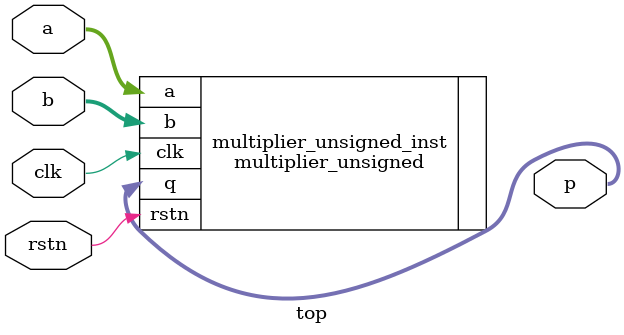
<source format=v>
module top #(
    parameter MUL_BITWIDTH = 32
) (
    input clk,
    input rstn,

    input  [    MUL_BITWIDTH-1:0] a,
    input  [    MUL_BITWIDTH-1:0] b,
    output [(MUL_BITWIDTH*2)-1:0] p
);

  multiplier_unsigned #(
      .BITWIDTH_INPUT(MUL_BITWIDTH)
  ) multiplier_unsigned_inst (
      .clk (clk),
      .rstn(rstn),

      .a(a),
      .b(b),
      .q(p)
  );

endmodule

</source>
